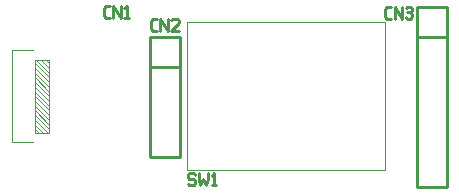
<source format=gbr>
G04 start of page 14 for group -4079 idx -4079 *
G04 Title: (unknown), topsilk *
G04 Creator: pcb 20110918 *
G04 CreationDate: Mon 28 Oct 2013 08:12:09 PM GMT UTC *
G04 For: tszabo *
G04 Format: Gerber/RS-274X *
G04 PCB-Dimensions: 157480 125984 *
G04 PCB-Coordinate-Origin: lower left *
%MOIN*%
%FSLAX25Y25*%
%LNTOPSILK*%
%ADD128C,0.0039*%
%ADD127C,0.0100*%
G54D127*X50117Y82913D02*Y42913D01*
X60117D01*
Y82913D01*
X50117D01*
Y72913D02*X60117D01*
Y82913D01*
G54D128*X11810Y75197D02*Y50787D01*
X16534Y75197D02*Y50787D01*
X11810Y75197D02*X16534D01*
X11810Y50787D02*X16534D01*
X15353Y75197D02*X16534Y74016D01*
X13779Y75197D02*X16534Y72441D01*
X12204Y75197D02*X16534Y70866D01*
X11810Y74016D02*X16534Y69291D01*
X11810Y72441D02*X16534Y67716D01*
X11810Y70866D02*X16534Y66142D01*
X11810Y69291D02*X16534Y64567D01*
X11810Y67716D02*X16534Y62992D01*
X11810Y66142D02*X16534Y61417D01*
X11810Y64567D02*X16534Y59842D01*
X11810Y62992D02*X16534Y58268D01*
X11810Y61417D02*X16534Y56693D01*
X11810Y59842D02*X16534Y55118D01*
X11810Y58268D02*X16534Y53543D01*
X11810Y56693D02*X16534Y51968D01*
X11810Y55118D02*X16141Y50787D01*
X11810Y53543D02*X14566Y50787D01*
X11810Y51968D02*X12991Y50787D01*
X3936Y78346D02*Y47638D01*
Y78346D02*X11023D01*
X3936Y47638D02*X11023D01*
G54D127*X139094Y92795D02*Y32795D01*
X149094D01*
Y92795D01*
X139094D01*
Y82795D02*X149094D01*
Y92795D01*
G54D128*X62401Y38386D02*X128543D01*
X62401Y87598D02*X128543D01*
Y38386D01*
X62401Y87598D02*Y38386D01*
G54D127*X35337Y89094D02*X36637D01*
X34637Y89794D02*X35337Y89094D01*
X34637Y92394D02*Y89794D01*
Y92394D02*X35337Y93094D01*
X36637D01*
X37837D02*Y89094D01*
Y93094D02*X40337Y89094D01*
Y93094D02*Y89094D01*
X41537Y92294D02*X42337Y93094D01*
Y89094D01*
X41537D02*X43037D01*
X51038Y84786D02*X52338D01*
X50338Y85486D02*X51038Y84786D01*
X50338Y88086D02*Y85486D01*
Y88086D02*X51038Y88786D01*
X52338D01*
X53538D02*Y84786D01*
Y88786D02*X56038Y84786D01*
Y88786D02*Y84786D01*
X57238Y88286D02*X57738Y88786D01*
X59238D01*
X59738Y88286D01*
Y87286D01*
X57238Y84786D02*X59738Y87286D01*
X57238Y84786D02*X59738D01*
X129171Y88818D02*X130471D01*
X128471Y89518D02*X129171Y88818D01*
X128471Y92118D02*Y89518D01*
Y92118D02*X129171Y92818D01*
X130471D01*
X131671D02*Y88818D01*
Y92818D02*X134171Y88818D01*
Y92818D02*Y88818D01*
X135371Y92318D02*X135871Y92818D01*
X136871D01*
X137371Y92318D01*
X136871Y88818D02*X137371Y89318D01*
X135871Y88818D02*X136871D01*
X135371Y89318D02*X135871Y88818D01*
Y91018D02*X136871D01*
X137371Y92318D02*Y91518D01*
Y90518D02*Y89318D01*
Y90518D02*X136871Y91018D01*
X137371Y91518D02*X136871Y91018D01*
X64698Y37275D02*X65198Y36775D01*
X63198Y37275D02*X64698D01*
X62698Y36775D02*X63198Y37275D01*
X62698Y36775D02*Y35775D01*
X63198Y35275D01*
X64698D01*
X65198Y34775D01*
Y33775D01*
X64698Y33275D02*X65198Y33775D01*
X63198Y33275D02*X64698D01*
X62698Y33775D02*X63198Y33275D01*
X66398Y37275D02*Y35275D01*
X66898Y33275D01*
X67898Y35275D01*
X68898Y33275D01*
X69398Y35275D01*
Y37275D02*Y35275D01*
X70598Y36475D02*X71398Y37275D01*
Y33275D01*
X70598D02*X72098D01*
M02*

</source>
